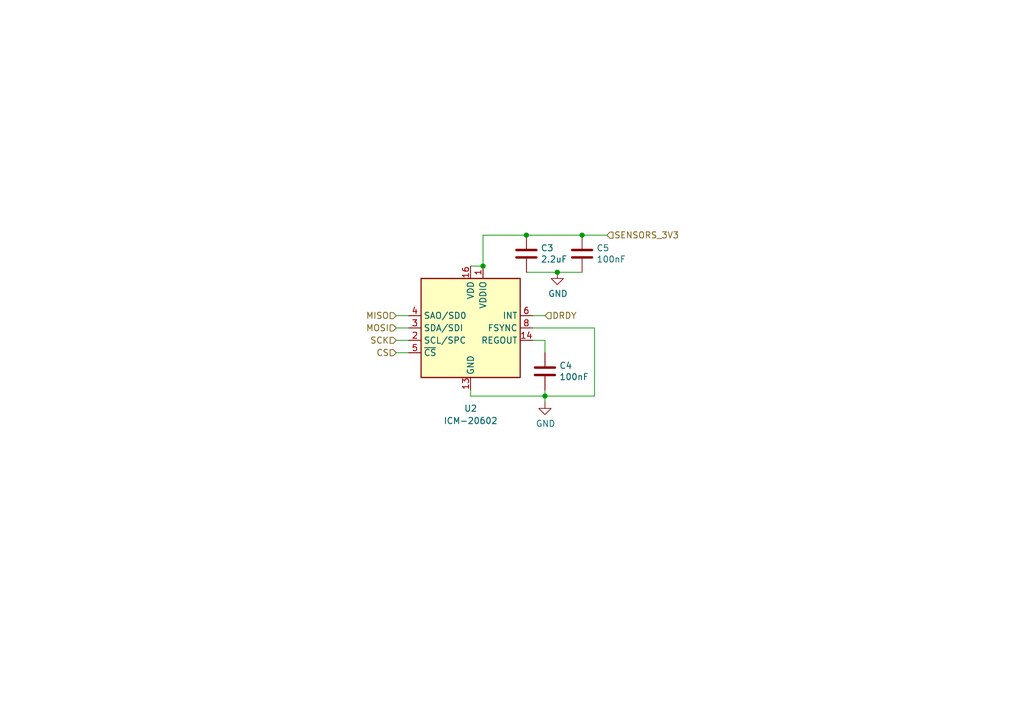
<source format=kicad_sch>
(kicad_sch (version 20211123) (generator eeschema)
  (paper "A5")
  (lib_symbols
    (symbol "Device:C" (pin_numbers hide) (pin_names (offset 0.254))
      (property "Reference" "C" (at 0.635 2.54 0))
      (property "Value" "C" (at 0.635 -2.54 0))
      (symbol "C_0_1"
        (polyline (pts (xy -2.032 -0.762) (xy 2.032 -0.762)) (stroke (width 0.508)))
        (polyline (pts (xy -2.032 0.762) (xy 2.032 0.762)) (stroke (width 0.508)))
      )
      (symbol "C_1_1"
        (pin passive line (at 0 3.81 270) (length 2.794) (name "~") (number "1"))
        (pin passive line (at 0 -3.81 90) (length 2.794) (name "~") (number "2"))
      )
    )
    (symbol "Sensor_Motion:ICM-20602"
      (property "Reference" "U" (at -10.16 11.43 0))
      (property "Value" "ICM-20602" (at 10.16 11.43 0))
      (symbol "ICM-20602_0_1"
        (rectangle (start -10.16 10.16) (end 10.16 -10.16) (stroke (width 0.254)) (fill (type background)))
      )
      (symbol "ICM-20602_1_1"
        (pin power_in line (at 2.54 12.7 270) (length 2.54) (name "VDDIO") (number "1"))
        (pin passive line (at 0 -12.7 90) (length 2.54) hide (name "GND") (number "10"))
        (pin passive line (at 0 -12.7 90) (length 2.54) hide (name "GND") (number "11"))
        (pin passive line (at 0 -12.7 90) (length 2.54) hide (name "GND") (number "12"))
        (pin power_in line (at 0 -12.7 90) (length 2.54) (name "GND") (number "13"))
        (pin passive line (at 12.7 -2.54 180) (length 2.54) (name "REGOUT") (number "14"))
        (pin passive line (at 0 -12.7 90) (length 2.54) hide (name "GND") (number "15"))
        (pin power_in line (at 0 12.7 270) (length 2.54) (name "VDD") (number "16"))
        (pin input line (at -12.7 -2.54 0) (length 2.54) (name "SCL/SPC") (number "2"))
        (pin bidirectional line (at -12.7 0 0) (length 2.54) (name "SDA/SDI") (number "3"))
        (pin bidirectional line (at -12.7 2.54 0) (length 2.54) (name "SAO/SD0") (number "4"))
        (pin input line (at -12.7 -5.08 0) (length 2.54) (name "~{CS}") (number "5"))
        (pin output line (at 12.7 2.54 180) (length 2.54) (name "INT") (number "6"))
        (pin no_connect line (at -10.16 5.08 0) (length 2.54) hide (name "RESV") (number "7"))
        (pin input line (at 12.7 0 180) (length 2.54) (name "FSYNC") (number "8"))
        (pin passive line (at 0 -12.7 90) (length 2.54) hide (name "GND") (number "9"))
      )
    )
    (symbol "power:GND" (power) (pin_names (offset 0))
      (property "Value" "GND" (at 0 -3.81 0))
      (symbol "GND_0_1"
        (polyline (pts (xy 0 0) (xy 0 -1.27) (xy 1.27 -1.27) (xy 0 -2.54) (xy -1.27 -1.27) (xy 0 -1.27)))
      )
      (symbol "GND_1_1"
        (pin power_in line (at 0 0 270) (length 0) hide (name "GND") (number "1"))
      )
    )
  )
  (junction (at 99.06 54.61))
  (junction (at 111.76 81.28))
  (junction (at 119.38 48.26))
  (junction (at 107.95 48.26))
  (junction (at 114.3 55.88))
  (wire (pts (xy 111.76 81.28) (xy 111.76 80.01)))
  (wire (pts (xy 96.52 54.61) (xy 99.06 54.61)))
  (wire (pts (xy 121.92 81.28) (xy 111.76 81.28)))
  (wire (pts (xy 81.28 67.31) (xy 83.82 67.31)))
  (wire (pts (xy 83.82 69.85) (xy 81.28 69.85)))
  (wire (pts (xy 109.22 67.31) (xy 121.92 67.31)))
  (wire (pts (xy 99.06 48.26) (xy 107.95 48.26)))
  (wire (pts (xy 111.76 69.85) (xy 109.22 69.85)))
  (wire (pts (xy 111.76 72.39) (xy 111.76 69.85)))
  (wire (pts (xy 81.28 72.39) (xy 83.82 72.39)))
  (wire (pts (xy 96.52 81.28) (xy 96.52 80.01)))
  (wire (pts (xy 111.76 64.77) (xy 109.22 64.77)))
  (wire (pts (xy 121.92 67.31) (xy 121.92 81.28)))
  (wire (pts (xy 114.3 55.88) (xy 119.38 55.88)))
  (wire (pts (xy 107.95 48.26) (xy 119.38 48.26)))
  (wire (pts (xy 107.95 55.88) (xy 114.3 55.88)))
  (wire (pts (xy 83.82 64.77) (xy 81.28 64.77)))
  (wire (pts (xy 119.38 48.26) (xy 124.46 48.26)))
  (wire (pts (xy 99.06 54.61) (xy 99.06 48.26)))
  (wire (pts (xy 111.76 81.28) (xy 96.52 81.28)))
  (wire (pts (xy 111.76 82.55) (xy 111.76 81.28)))
  (hierarchical_label "SENSORS_3V3" (shape input) (at 124.46 48.26 0))
  (hierarchical_label "CS" (shape input) (at 81.28 72.39 180))
  (hierarchical_label "SCK" (shape input) (at 81.28 69.85 180))
  (hierarchical_label "MISO" (shape input) (at 81.28 64.77 180))
  (hierarchical_label "DRDY" (shape input) (at 111.76 64.77 0))
  (hierarchical_label "MOSI" (shape input) (at 81.28 67.31 180))
  (symbol (lib_id "Device:C") (at 111.76 76.2 0) (unit 1)
    (property "Reference" "C4" (at 114.681 75.0316 0) (effects (justify left)))
    (property "Value" "100nF" (at 114.681 77.343 0) (effects (justify left)))
    (property "Footprint" "Capacitor_SMD:C_0402_1005Metric" (effects hide))
    (property "Manufacturer_Part_Number" "C1005X7R1H104KT000S" (effects hide))
  )
  (symbol (lib_id "Device:C") (at 119.38 52.07 0) (unit 1)
    (property "Reference" "C5" (at 122.301 50.9016 0) (effects (justify left)))
    (property "Value" "100nF" (at 122.301 53.213 0) (effects (justify left)))
    (property "Footprint" "Capacitor_SMD:C_0402_1005Metric" (effects hide))
    (property "Manufacturer_Part_Number" "C1005X7R1H104KT000S" (effects hide))
  )
  (symbol (lib_id "Sensor_Motion:ICM-20602") (at 96.52 67.31 0) (unit 1)
    (property "Reference" "U2" (at 96.52 83.82 0))
    (property "Value" "ICM-20602" (at 96.52 86.36 0))
    (property "Footprint" "Package_LGA:LGA-16_3x3mm_P0.5mm_LayoutBorder3x5y" (effects hide))
    (property "Datasheet" "http://www.invensense.com/wp-content/uploads/2016/10/DS-000176-ICM-20602-v1.0.pdf" (effects hide))
    (property "Manufacturer_Part_Number" "ICM-20602" (effects hide))
  )
  (symbol (lib_id "power:GND") (at 114.3 55.88 0) (unit 1)
    (property "Reference" "#PWR0143" (effects hide))
    (property "Value" "GND" (at 114.427 60.2742 0))
  )
  (symbol (lib_id "Device:C") (at 107.95 52.07 0) (unit 1)
    (property "Reference" "C3" (at 110.871 50.9016 0) (effects (justify left)))
    (property "Value" "2.2uF" (at 110.871 53.213 0) (effects (justify left)))
    (property "Footprint" "Capacitor_SMD:C_0402_1005Metric" (effects hide))
    (property "Manufacturer_Part_Number" "ZRB157R61C225KE11D" (effects hide))
  )
  (symbol (lib_id "power:GND") (at 111.76 82.55 0) (unit 1)
    (property "Reference" "#PWR0108" (effects hide))
    (property "Value" "GND" (at 111.887 86.9442 0))
  )
)
</source>
